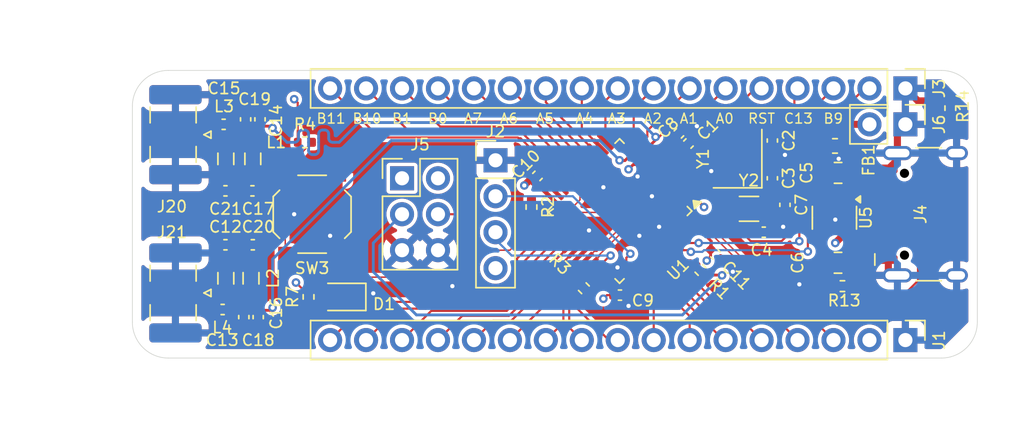
<source format=kicad_pcb>
(kicad_pcb (version 20241229) (generator "pcbnew") (generator_version "9.0")
  (layers (0 "F.Cu" signal) (4 "In1.Cu" signal) (6 "In2.Cu" signal) (2 "B.Cu" signal) (13 "F.Paste" user) (15 "B.Paste" user) (5 "F.SilkS" user "F.Silkscreen") (7 "B.SilkS" user "B.Silkscreen") (1 "F.Mask" user) (3 "B.Mask" user) (25 "Edge.Cuts" user))
  (net 0 "")
  (net 1 "GND")
  (net 2 "Net-(U1-PD1)")
  (net 3 "Net-(U1-PD0)")
  (net 4 "Net-(U1-PC14)")
  (net 5 "+5V")
  (net 6 "+3V3")
  (net 7 "Net-(U1-PC15)")
  (net 8 "/PA1")
  (net 9 "Net-(J21-In)")
  (net 10 "Net-(J20-In)")
  (net 11 "/PA0")
  (net 12 "/PB12")
  (net 13 "Net-(D1-A)")
  (net 14 "/VBUS")
  (net 15 "/PB3")
  (net 16 "/PB15")
  (net 17 "/PA9")
  (net 18 "/PA10")
  (net 19 "/PB7")
  (net 20 "/PB5")
  (net 21 "/PB13")
  (net 22 "/PA8")
  (net 23 "/D-")
  (net 24 "/PB4")
  (net 25 "/PB6")
  (net 26 "/PA15")
  (net 27 "/PB14")
  (net 28 "/D+")
  (net 29 "/PA13")
  (net 30 "/PA14")
  (net 31 "/PA2")
  (net 32 "/PA3")
  (net 33 "/PA4")
  (net 34 "/PA6")
  (net 35 "/PA5")
  (net 36 "/PB1")
  (net 37 "/~{NRST}")
  (net 38 "/PC13")
  (net 39 "/PB11")
  (net 40 "/PA7")
  (net 41 "/PB8")
  (net 42 "/PB10")
  (net 43 "/PB9")
  (net 44 "/PB0")
  (net 46 "Net-(J4-CC1)")
  (net 47 "Net-(J4-CC2)")
  (net 49 "/BOOT1")
  (net 50 "/BOOT0")
  (net 51 "Net-(U1-BOOT0)")
  (net 52 "/PB2")
  (net 54 "Net-(C12-Pad1)")
  (net 55 "Net-(C13-Pad1)")
  (net 56 "Net-(C15-Pad1)")
  (net 57 "Net-(C17-Pad1)")
  (footprint "Resistor_SMD:R_0402_1005Metric" (layer "F.Cu") (at 160.780001 71.12 180)
    (property "Reference" "R4")
    (property "Value" "10k")
  )
  (footprint "Capacitor_SMD:C_0402_1005Metric" (layer "F.Cu") (at 157.099 78.359 180)
    (property "Reference" "C20")
    (property "Value" "22nF")
  )
  (footprint "Capacitor_SMD:C_0402_1005Metric" (layer "F.Cu") (at 194.691 75.537 -90)
    (property "Reference" "C7")
    (property "Value" "18pF")
  )
  (footprint "Capacitor_SMD:C_0402_1005Metric" (layer "F.Cu") (at 193.802 73.66 90)
    (property "Reference" "C3")
    (property "Value" "15pF")
  )
  (footprint "Connector_PinHeader_2.54mm:PinHeader_1x17_P2.54mm_Vertical" (layer "F.Cu") (at 203.199999 67.31 -90)
    (property "Reference" "J3")
    (property "Value" "Conn_01x17_Pin")
  )
  (footprint "Capacitor_SMD:C_0402_1005Metric" (layer "F.Cu") (at 187.198 70.485 45)
    (property "Reference" "C8")
    (property "Value" "100nF")
  )
  (footprint "Capacitor_SMD:C_0402_1005Metric" (layer "F.Cu") (at 177.206589 73.491411 45)
    (property "Reference" "C10")
    (property "Value" "100nF")
  )
  (footprint "Resistor_SMD:R_0402_1005Metric" (layer "F.Cu") (at 206.375 68.705001 90)
    (property "Reference" "R14")
    (property "Value" "5k1")
  )
  (footprint "Connector_Coaxial:SMA_Samtec_SMA-J-P-H-ST-EM1_EdgeMount" (layer "F.Cu") (at 151.384 70.581 180)
    (property "Reference" "J20")
    (property "Value" "I_IN")
  )
  (footprint "Resistor_SMD:R_0402_1005Metric" (layer "F.Cu") (at 176.784 75.692 -90)
    (property "Reference" "R2")
    (property "Value" "10k")
  )
  (footprint "Connector_PinHeader_2.54mm:PinHeader_1x02_P2.54mm_Vertical" (layer "F.Cu") (at 203.2 69.85 -90)
    (property "Reference" "J6")
    (property "Value" "NC")
  )
  (footprint "Capacitor_SMD:C_0402_1005Metric" (layer "F.Cu") (at 189.779589 79.035589 -45)
    (property "Reference" "C11")
    (property "Value" "100nF")
  )
  (footprint "Inductor_SMD:L_0805_2012Metric" (layer "F.Cu") (at 155.194 80.7255 90)
    (property "Reference" "L4")
    (property "Value" "10uH")
  )
  (footprint "Capacitor_SMD:C_0805_2012Metric" (layer "F.Cu") (at 198.440001 79.629 180)
    (property "Reference" "C6")
    (property "Value" "1uF")
  )
  (footprint "Inductor_SMD:L_0805_2012Metric" (layer "F.Cu") (at 157.099 72.2875 90)
    (property "Reference" "L1")
    (property "Value" "10uH")
  )
  (footprint "Capacitor_SMD:C_0402_1005Metric" (layer "F.Cu") (at 154.968 82.931 180)
    (property "Reference" "C13")
    (property "Value" "100nF")
  )
  (footprint "Crystal:Crystal_SMD_3225-4Pin_3.2x2.5mm" (layer "F.Cu") (at 191.35 72.276 90)
    (property "Reference" "Y1")
    (property "Value" "8MHz")
  )
  (footprint "Resistor_SMD:R_0402_1005Metric" (layer "F.Cu") (at 198.753001 81.28 180)
    (property "Reference" "R13")
    (property "Value" "5k1")
  )
  (footprint "Capacitor_SMD:C_0402_1005Metric" (layer "F.Cu") (at 193.195 77.47)
    (property "Reference" "C4")
    (property "Value" "18pF")
  )
  (footprint "Resistor_SMD:R_0402_1005Metric" (layer "F.Cu") (at 161.036 82.040001 -90)
    (property "Reference" "R7")
    (property "Value" "10k")
  )
  (footprint "Connector_PinHeader_2.54mm:PinHeader_1x17_P2.54mm_Vertical" (layer "F.Cu") (at 203.2 85.09 -90)
    (property "Reference" "J1")
    (property "Value" "Conn_01x17_Pin")
  )
  (footprint "Connector_PinHeader_2.54mm:PinHeader_2x03_P2.54mm_Vertical" (layer "F.Cu") (at 167.64 73.66)
    (property "Reference" "J5")
    (property "Value" "Boot")
  )
  (footprint "Inductor_SMD:L_0805_2012Metric" (layer "F.Cu") (at 155.194 72.2875 -90)
    (property "Reference" "L3")
    (property "Value" "10uH")
  )
  (footprint "Capacitor_SMD:C_0402_1005Metric" (layer "F.Cu") (at 155.166 78.359 180)
    (property "Reference" "C12")
    (property "Value" "22nF")
  )
  (footprint "Package_QFP:LQFP-48_7x7mm_P0.5mm" (layer "F.Cu") (at 183.006998 75.973445 -135)
    (property "Reference" "U1")
    (property "Value" "STM32F103C8Tx" (hide yes))
  )
  (footprint "Connector_USB:USB_C_Receptacle_HCTL_HC-TYPE-C-16P-01A" (layer "F.Cu") (at 205.74 76.2 90)
    (property "Reference" "J4")
    (property "Value" "USB2.0_16P")
  )
  (footprint "Capacitor_SMD:C_0402_1005Metric" (layer "F.Cu") (at 187.874589 71.205411 45)
    (property "Reference" "C1")
    (property "Value" "100nF")
  )
  (footprint "Capacitor_SMD:C_0402_1005Metric" (layer "F.Cu") (at 183.035 81.915)
    (property "Reference" "C9")
    (property "Value" "100nF")
  )
  (footprint "Capacitor_SMD:C_0402_1005Metric" (layer "F.Cu") (at 156.464 83.467 -90)
    (property "Reference" "C18")
    (property "Value" "22nF")
  )
  (footprint "Inductor_SMD:L_0603_1608Metric" (layer "F.Cu") (at 198.226501 71.374 180)
    (property "Reference" "FB1")
    (property "Value" "FerriteBead_Small" (hide yes))
  )
  (footprint "LED_SMD:LED_0805_2012Metric" (layer "F.Cu") (at 163.400499 82.042 180)
    (property "Reference" "D1")
    (property "Value" "GREEN")
  )
  (footprint "Button_Switch_SMD:SW_SPST_TL3342" (layer "F.Cu") (at 161.29 76.2 90)
    (property "Reference" "SW3")
    (property "Value" "BTN")
  )
  (footprint "Capacitor_SMD:C_0402_1005Metric" (layer "F.Cu") (at 156.591 69.497 90)
    (property "Reference" "C19")
    (property "Value" "22nF")
  )
  (footprint "Capacitor_SMD:C_0402_1005Metric" (layer "F.Cu") (at 157.48 83.467 -90)
    (property "Reference" "C16")
    (property "Value" "22nF")
  )
  (footprint "Capacitor_SMD:C_0402_1005Metric" (layer "F.Cu") (at 157.607 69.497 90)
    (property "Reference" "C14")
    (property "Value" "22nF")
  )
  (footprint "Capacitor_SMD:C_0402_1005Metric" (layer "F.Cu") (at 157.071 74.549)
    (property "Reference" "C17")
    (property "Value" "22nF")
  )
  (footprint "Capacitor_SMD:C_0402_1005Metric" (layer "F.Cu") (at 155.166 74.549)
    (property "Reference" "C21")
    (property "Value" "22nF")
  )
  (footprint "Connector_PinHeader_2.54mm:PinHeader_1x04_P2.54mm_Vertical" (layer "F.Cu") (at 174.244 72.39)
    (property "Reference" "J2")
    (property "Value" "NC")
  )
  (footprint "Capacitor_SMD:C_0402_1005Metric" (layer "F.Cu") (at 155.039 69.85 180)
    (property "Reference" "C15")
    (property "Value" "100nF")
  )
  (footprint "Inductor_SMD:L_0805_2012Metric" (layer "F.Cu") (at 156.972 80.7255 -90)
    (property "Reference" "L2")
    (property "Value" "10uH")
  )
  (footprint "Resistor_SMD:R_0402_1005Metric" (layer "F.Cu") (at 180.487376 81.427376 -45)
    (property "Reference" "R3")
    (property "Value" "1k5")
  )
  (footprint "Package_TO_SOT_SMD:SOT-23-5" (layer "F.Cu") (at 198.186001 76.4485 -90)
    (property "Reference" "U5")
    (property "Value" "MIC5504-3.3YM5" (hide yes))
  )
  (footprint "Resistor_SMD:R_0402_1005Metric" (layer "F.Cu") (at 188.722 80.137 135)
    (property "Reference" "R1")
    (property "Value" "10k")
  )
  (footprint "Connector_Coaxial:SMA_Samtec_SMA-J-P-H-ST-EM1_EdgeMount" (layer "F.Cu") (at 151.384 81.760998 180)
    (property "Reference" "J21")
    (property "Value" "Q_IN")
  )
  (footprint "Crystal:Crystal_SMD_3215-2Pin_3.2x1.5mm" (layer "F.Cu") (at 192.151 75.819)
    (property "Reference" "Y2")
    (property "Value" "32768Hz" (hide yes))
  )
  (footprint "Capacitor_SMD:C_0402_1005Metric" (layer "F.Cu") (at 193.802 70.993 -90)
    (property "Reference" "C2")
    (property "Value" "15pF")
  )
  (footprint "Capacitor_SMD:C_0805_2012Metric" (layer "F.Cu") (at 198.445002 73.279)
    (property "Reference" "C5")
    (property "Value" "1uF")
  )
  (gr_line (start 208.28 68.58) (end 208.28 83.82) (stroke (width 0.05)) (layer "Edge.Cuts"))
  (gr_arc (start 208.28 83.82) (mid 207.536051 85.616051) (end 205.74 86.36) (stroke (width 0.05)) (layer "Edge.Cuts"))
  (gr_arc (start 148.59 68.58) (mid 149.333949 66.783949) (end 151.13 66.04) (stroke (width 0.05)) (layer "Edge.Cuts"))
  (gr_line (start 148.59 83.82) (end 148.59 68.58) (stroke (width 0.05)) (layer "Edge.Cuts"))
  (gr_arc (start 151.13 86.36) (mid 149.333949 85.616051) (end 148.59 83.82) (stroke (width 0.05)) (layer "Edge.Cuts"))
  (gr_line (start 151.13 66.04) (end 205.74 66.04) (stroke (width 0.05)) (layer "Edge.Cuts"))
  (gr_arc (start 205.74 66.04) (mid 207.536051 66.783949) (end 208.28 68.58) (stroke (width 0.05)) (layer "Edge.Cuts"))
  (gr_line (start 205.74 86.36) (end 151.13 86.36) (stroke (width 0.05)) (layer "Edge.Cuts"))
  (gr_text "A2" (at 184.658 69.85 0) (layer "F.SilkS") (effects (font (size 0.7 0.7) (thickness 0.1)) (justify left bottom)))
  (gr_text "A4" (at 179.832 69.85 0) (layer "F.SilkS") (effects (font (size 0.7 0.7) (thickness 0.1)) (justify left bottom)))
  (gr_text "A3" (at 182.118 69.85 0) (layer "F.SilkS") (effects (font (size 0.7 0.7) (thickness 0.1)) (justify left bottom)))
  (gr_text "C13" (at 194.564 69.85 0) (layer "F.SilkS") (effects (font (size 0.7 0.7) (thickness 0.1)) (justify left bottom)))
  (gr_text "B1" (at 166.878 69.85 0) (layer "F.SilkS") (effects (font (size 0.7 0.7) (thickness 0.1)) (justify left bottom)))
  (gr_text "A7" (at 171.958 69.85 0) (layer "F.SilkS") (effects (font (size 0.7 0.7) (thickness 0.1)) (justify left bottom)))
  (gr_text "A0" (at 189.738 69.85 0) (layer "F.SilkS") (effects (font (size 0.7 0.7) (thickness 0.1)) (justify left bottom)))
  (gr_text "B0" (at 169.418 69.85 0) (layer "F.SilkS") (effects (font (size 0.7 0.7) (thickness 0.1)) (justify left bottom)))
  (gr_text "B11" (at 161.544 69.85 0) (layer "F.SilkS") (effects (font (size 0.7 0.7) (thickness 0.1)) (justify left bottom)))
  (gr_text "A5" (at 177.038 69.85 0) (layer "F.SilkS") (effects (font (size 0.7 0.7) (thickness 0.1)) (justify left bottom)))
  (gr_text "A6" (at 174.498 69.85 0) (layer "F.SilkS") (effects (font (size 0.7 0.7) (thickness 0.1)) (justify left bottom)))
  (gr_text "RST" (at 192.024 69.85 0) (layer "F.SilkS") (effects (font (size 0.7 0.7) (thickness 0.1)) (justify left bottom)))
  (gr_text "B10" (at 164.084 69.85 0) (layer "F.SilkS") (effects (font (size 0.7 0.7) (thickness 0.1)) (justify left bottom)))
  (gr_text "B9" (at 197.358 69.85 0) (layer "F.SilkS") (effects (font (size 0.7 0.7) (thickness 0.1)) (justify left bottom)))
  (gr_text "A1" (at 187.198 69.85 0) (layer "F.SilkS") (effects (font (size 0.7 0.7) (thickness 0.1)) (justify left bottom)))
  (segment (start 202.635 71.88) (end 202.635 72.36) (width 0.5) (layer "F.Cu") (net 1))
  (segment (start 186.109621 76.780379) (end 185.801 77.089) (width 0.2) (layer "F.Cu") (net 1))
  (segment (start 187.54132 77.325787) (end 186.995912 76.780379) (width 0.2) (layer "F.Cu") (net 1))
  (segment (start 193.802 71.473) (end 194.155 71.473) (width 0.2) (layer "F.Cu") (net 1))
  (segment (start 206.375 68.195002) (end 204.085001 68.195002) (width 0.5) (layer "F.Cu") (net 1))
  (segment (start 184.386783 73.533) (end 184.277 73.533) (width 0.2) (layer "F.Cu") (net 1))
  (segment (start 193.505 71.176) (end 193.802 71.473) (width 0.2) (layer "F.Cu") (net 1))
  (segment (start 188.299411 70.145589) (end 188.468 69.977) (width 0.2) (layer "F.Cu") (net 1))
  (segment (start 199.395002 73.190593) (end 198.489539 72.28513) (width 0.5) (layer "F.Cu") (net 1))
  (segment (start 177.546 73.694427) (end 177.546 73.152) (width 0.15) (layer "F.Cu") (net 1))
  (segment (start 182.175063 79.98736) (end 181.654656 80.507767) (width 0.15) (layer "F.Cu") (net 1))
  (segment (start 182.835 79.957942) (end 182.860379 79.957942) (width 0.2) (layer "F.Cu") (net 1))
  (segment (start 198.186001 75.311) (end 198.186001 76.520001) (width 0.5) (layer "F.Cu") (net 1))
  (segment (start 182.88 80.391) (end 182.88 80.137) (width 0.15) (layer "F.Cu") (net 1))
  (segment (start 182.73036 79.98736) (end 182.175063 79.98736) (width 0.15) (layer "F.Cu") (net 1))
  (segment (start 202.635 70.415) (end 203.2 69.85) (width 0.5) (layer "F.Cu") (net 1))
  (segment (start 182.73036 79.98736) (end 182.805582 79.98736) (width 0.2) (layer "F.Cu") (net 1))
  (segment (start 194.691 76.017) (end 194.691 76.962) (width 0.15) (layer "F.Cu") (net 1))
  (segment (start 185.42 72.499783) (end 184.386783 73.533) (width 0.2) (layer "F.Cu") (net 1))
  (segment (start 198.186001 76.520001) (end 198.247 76.581) (width 0.5) (layer "F.Cu") (net 1))
  (segment (start 178.472676 74.621103) (end 177.546 73.694427) (width 0.15) (layer "F.Cu") (net 1))
  (segment (start 183.515 81.915) (end 183.515 82.55) (width 0.15) (layer "F.Cu") (net 1))
  (segment (start 183.515 81.915) (end 183.515 81.026) (width 0.15) (layer "F.Cu") (net 1))
  (segment (start 187.537411 70.145589) (end 188.299411 70.145589) (width 0.2) (layer "F.Cu") (net 1))
  (segment (start 182.88 80.137) (end 182.73036 79.98736) (width 0.15) (layer "F.Cu") (net 1))
  (segment (start 194.183 77.47) (end 194.564 77.089) (width 0.15) (layer "F.Cu") (net 1))
  (segment (start 194.691 76.962) (end 194.564 77.089) (width 0.15) (layer "F.Cu") (net 1))
  (segment (start 193.675 77.47) (end 194.183 77.47) (width 0.15) (layer "F.Cu") (net 1))
  (segment (start 189.708 73.376) (end 189.484 73.152) (width 0.15) (layer "F.Cu") (net 1))
  (segment (start 183.515 82.55) (end 183.642 82.677) (width 0.15) (layer "F.Cu") (net 1))
  (segment (start 190.119 79.375) (end 191.008 80.264) (width 0.15) (layer "F.Cu") (net 1))
  (segment (start 202.635 71.88) (end 202.635 70.415) (width 0.5) (layer "F.Cu") (net 1))
  (segment (start 194.155 71.473) (end 194.691 72.009) (width 0.2) (layer "F.Cu") (net 1))
  (segment (start 199.395002 73.279) (end 199.395002 73.190593) (width 0.5) (layer "F.Cu") (net 1))
  (segment (start 186.995912 76.780379) (end 186.109621 76.780379) (width 0.2) (layer "F.Cu") (net 1))
  (segment (start 190.5 73.376) (end 189.708 73.376) (width 0.15) (layer "F.Cu") (net 1))
  (segment (start 182.805582 79.98736) (end 182.835 79.957942) (width 0.2) (layer "F.Cu") (net 1))
  (segment (start 204.085001 68.195002) (end 203.199999 67.31) (width 0.5) (layer "F.Cu") (net 1))
  (segment (start 183.515 81.026) (end 182.88 80.391) (width 0.15) (layer "F.Cu") (net 1))
  (segment (start 192.2 71.176) (end 193.505 71.176) (width 0.2) (layer "F.Cu") (net 1))
  (segment (start 202.635 72.36) (end 201.995 73) (width 0.5) (layer "F.Cu") (net 1))
  (via (at 165.608 81.788) (size 0.6) (drill 0.3) (layers "F.Cu" "B.Cu") (net 1))
  (via (at 194.564 77.089) (size 0.6) (drill 0.3) (layers "F.Cu" "B.Cu") (net 1))
  (via (at 181.864 74.295) (size 0.6) (drill 0.3) (layers "F.Cu" "B.Cu") (net 1))
  (via (at 195.707 81.153) (size 0.6) (drill 0.3) (layers "F.Cu" "B.Cu") (net 1))
  (via (at 188.468 69.977) (size 0.6) (drill 0.3) (layers "F.Cu" "B.Cu") (net 1))
  (via (at 198.247 76.581) (size 0.6) (drill 0.3) (layers "F.Cu" "B.Cu") (net 1))
  (via (at 191.008 80.264) (size 0.6) (drill 0.3) (layers "F.Cu" "B.Cu") (net 1))
  (via (at 183.642 82.677) (size 0.6) (drill 0.3) (layers "F.Cu" "B.Cu") (net 1))
  (via (at 189.484 73.152) (size 0.6) (drill 0.3) (layers "F.Cu" "B.Cu") (net 1))
  (via (at 194.691 72.009) (size 0.6) (drill 0.3) (layers "F.Cu" "B.Cu") (net 1))
  (via (at 184.404 77.724) (size 0.6) (drill 0.3) (layers "F.Cu" "B.Cu") (net 1))
  (via (at 182.860379 79.957942) (size 0.6) (drill 0.3) (layers "F.Cu" "B.Cu") (net 1))
  (via (at 171.196 81.28) (size 0.6) (drill 0.3) (layers "F.Cu" "B.Cu") (net 1))
  (via (at 185.293 74.93) (size 0.6) (drill 0.3) (layers "F.Cu" "B.Cu") (net 1))
  (via (at 180.848 77.343) (size 0.6) (drill 0.3) (layers "F.Cu" "B.Cu") (net 1))
  (via (at 162.56 77.724) (size 0.6) (drill 0.3) (layers "F.Cu" "B.Cu") (net 1))
  (via (at 184.277 73.533) (size 0.6) (drill 0.3) (layers "F.Cu" "B.Cu") (net 1))
  (via (at 198.489539 72.28513) (size 0.6) (drill 0.3) (layers "F.Cu" "B.Cu") (net 1))
  (via (at 160.02 76.2) (size 0.6) (drill 0.3) (layers "F.Cu" "B.Cu") (net 1))
  (via (at 185.801 77.089) (size 0.6) (drill 0.3) (layers "F.Cu" "B.Cu") (net 1))
  (segment (start 193.802 70.513) (end 193.675 70.64) (width 0.15) (layer "F.Cu") (net 2))
  (segment (start 193.675 70.64) (end 193.584 70.64) (width 0.15) (layer "F.Cu") (net 2))
  (segment (start 187.04305 72.290947) (end 186.127107 73.20689) (width 0.2) (layer "F.Cu") (net 2))
  (segment (start 190.5 71.176) (end 189.936 71.176) (width 0.2) (layer "F.Cu") (net 2))
  (segment (start 193.584 70.64) (end 192.667 69.723) (width 0.15) (layer "F.Cu") (net 2))
  (segment (start 188.821053 72.290947) (end 187.04305 72.290947) (width 0.2) (layer "F.Cu") (net 2))
  (segment (start 190.5 70.358) (end 190.5 71.176) (width 0.15) (layer "F.Cu") (net 2))
  (segment (start 192.667 69.723) (end 191.135 69.723) (width 0.15) (layer "F.Cu") (net 2))
  (segment (start 191.135 69.723) (end 190.5 70.358) (width 0.15) (layer "F.Cu") (net 2))
  (segment (start 189.936 71.176) (end 188.821053 72.290947) (width 0.2) (layer "F.Cu") (net 2))
  (segment (start 187.350156 72.690947) (end 186.48066 73.560443) (width 0.2) (layer "F.Cu") (net 3))
  (segment (start 193.795 74.14) (end 193.315 73.66) (width 0.15) (layer "F.Cu") (net 3))
  (segment (start 192.2 73.376) (end 191.199 72.375) (width 0.2) (layer "F.Cu") (net 3))
  (segment (start 189.025814 72.690947) (end 187.350156 72.690947) (width 0.2) (layer "F.Cu") (net 3))
  (segment (start 191.199 72.375) (end 189.341761 72.375) (width 0.2) (layer "F.Cu") (net 3))
  (segment (start 193.802 74.14) (end 193.795 74.14) (width 0.15) (layer "F.Cu") (net 3))
  (segment (start 189.341761 72.375) (end 189.025814 72.690947) (width 0.2) (layer "F.Cu") (net 3))
  (segment (start 192.484 73.66) (end 192.2 73.376) (width 0.15) (layer "F.Cu") (net 3))
  (segment (start 193.315 73.66) (end 192.484 73.66) (width 0.15) (layer "F.Cu") (net 3))
  (segment (start 188.346143 73.533) (end 187.922317 73.533) (width 0.1) (layer "F.Cu") (net 4))
  (segment (start 190.632143 75.819) (end 188.346143 73.533) (width 0.1) (layer "F.Cu") (net 4))
  (segment (start 192.552001 77.47) (end 190.901001 75.819) (width 0.15) (layer "F.Cu") (net 4))
  (segment (start 190.901001 75.819) (end 190.632143 75.819) (width 0.1) (layer "F.Cu") (net 4))
  (segment (start 192.715 77.47) (end 192.552001 77.47) (width 0.15) (layer "F.Cu") (net 4))
  (segment (start 187.922317 73.533) (end 187.187767 74.26755) (width 0.1) (layer "F.Cu") (net 4))
  (segment (start 199.136 75.311) (end 199.136 74.919998) (width 0.15) (layer "F.Cu") (net 5))
  (segment (start 200.66 69.85) (end 198.963 69.85) (width 0.5) (layer "F.Cu") (net 5))
  (segment (start 198.963 69.85) (end 197.439 71.374) (width 0.5) (layer "F.Cu") (net 5))
  (segment (start 197.495002 73.279) (end 197.67171 73.279) (width 0.5) (layer "F.Cu") (net 5))
  (segment (start 197.439 71.374) (end 197.439 73.222998) (width 0.5) (layer "F.Cu") (net 5))
  (segment (start 199.136 74.74329) (end 199.136 75.311) (width 0.5) (layer "F.Cu") (net 5))
  (segment (start 197.236002 73.538) (end 197.236002 75.311) (width 0.15) (layer "F.Cu") (net 5))
  (segment (start 197.495002 73.279) (end 197.236002 73.538) (width 0.15) (layer "F.Cu") (net 5))
  (segment (start 197.439 73.222998) (end 197.495002 73.279) (width 0.5) (layer "F.Cu") (net 5))
  (segment (start 197.67171 73.279) (end 199.136 74.74329) (width 0.5) (layer "F.Cu") (net 5))
  (segment (start 160.270002 68.322002) (end 160.02 68.072) (width 0.15) (layer "F.Cu") (net 6))
  (segment (start 189.484 78.105) (end 189.484 78.359) (width 0.2) (layer "F.Cu") (net 6))
  (segment (start 176.613178 73.830822) (end 176.276 74.168) (width 0.5) (layer "F.Cu") (net 6))
  (segment (start 187.894874 76.972233) (end 188.351233 76.972233) (width 0.2) (layer "F.Cu") (net 6))
  (segment (start 189.440178 79.204957) (end 189.168012 79.477123) (width 0.2) (layer "F.Cu") (net 6))
  (segment (start 160.270002 71.12) (end 160.270002 68.322002) (width 0.15) (layer "F.Cu") (net 6))
  (segment (start 186.858589 70.824411) (end 186.388266 70.824411) (width 0.2) (layer "F.Cu") (net 6))
  (segment (start 186.388266 70.824411) (end 185.066447 72.14623) (width 0.2) (layer "F.Cu") (net 6))
  (segment (start 178.011013 74.974657) (end 176.867178 73.830822) (width 0.15) (layer "F.Cu") (net 6))
  (segment (start 199.39 77.84) (end 199.136 77.586) (width 0.5) (layer "F.Cu") (net 6))
  (segment (start 182.118 81.915) (end 181.864 82.169) (width 0.15) (layer "F.Cu") (net 6))
  (segment (start 188.351233 76.972233) (end 189.484 78.105) (width 0.2) (layer "F.Cu") (net 6))
  (segment (start 184.52104 72.691637) (end 183.975363 72.691637) (width 0.2) (layer "F.Cu") (net 6))
  (segment (start 180.848 81.788) (end 181.081531 81.788) (width 0.15) (layer "F.Cu") (net 6))
  (segment (start 160.651002 81.530002) (end 160.147 81.026) (width 0.15) (layer "F.Cu") (net 6))
  (segment (start 176.867178 73.830822) (end 176.613178 73.830822) (width 0.5) (layer "F.Cu") (net 6))
  (segment (start 188.258657 74.974657) (end 188.976 75.692) (width 0.2) (layer "F.Cu") (net 6))
  (segment (start 187.894874 74.974657) (end 188.258657 74.974657) (width 0.2) (layer "F.Cu") (net 6))
  (segment (start 161.036 81.530002) (end 160.651002 81.530002) (width 0.15) (layer "F.Cu") (net 6))
  (segment (start 198.893 77.586) (end 198.247 78.232) (width 0.5) (layer "F.Cu") (net 6))
  (segment (start 181.081531 81.788) (end 182.00821 80.861321) (width 0.15) (layer "F.Cu") (net 6))
  (segment (start 189.440178 78.402822) (end 189.440178 78.696178) (width 0.2) (layer "F.Cu") (net 6))
  (segment (start 178.119122 74.974657) (end 178.011013 74.974657) (width 0.15) (layer "F.Cu") (net 6))
  (segment (start 182.555 81.915) (end 182.555 81.408111) (width 0.15) (layer "F.Cu") (net 6))
  (segment (start 185.066447 72.14623) (end 184.52104 72.691637) (width 0.2) (layer "F.Cu") (net 6))
  (segment (start 189.440178 78.696178) (end 189.440178 79.204957) (width 0.2) (layer "F.Cu") (net 6))
  (segment (start 189.484 78.359) (end 189.440178 78.402822) (width 0.2) (layer "F.Cu") (net 6))
  (segment (start 183.975363 72.691637) (end 183.642 73.025) (width 0.2) (layer "F.Cu") (net 6))
  (segment (start 176.867178 73.830822) (end 176.867178 73.865549) (width 0.5) (layer "F.Cu") (net 6))
  (segment (start 182.555 81.915) (end 182.118 81.915) (width 0.15) (layer "F.Cu") (net 6))
  (segment (start 199.39 79.629) (end 199.39 77.84) (width 0.5) (layer "F.Cu") (net 6))
  (segment (start 199.136 77.586) (end 198.893 77.586) (width 0.5) (layer "F.Cu") (net 6))
  (segment (start 182.555 81.408111) (end 182.00821 80.861321) (width 0.15) (layer "F.Cu") (net 6))
  (via (at 198.247 78.232) (size 0.6) (drill 0.3) (layers "F.Cu" "B.Cu") (net 6))
  (via (at 183.642 73.025) (size 0.6) (drill 0.3) (layers "F.Cu" "B.Cu") (net 6))
  (via (at 181.864 82.169) (size 0.6) (drill 0.3) (layers "F.Cu" "B.Cu") (net 6))
  (via (at 188.976 75.692) (size 0.6) (drill 0.3) (layers "F.Cu" "B.Cu") (net 6))
  (via (at 160.147 81.026) (size 0.6) (drill 0.3) (layers "F.Cu" "B.Cu") (net 6))
  (via (at 189.168012 79.477123) (size 0.6) (drill 0.3) (layers "F.Cu" "B.Cu") (net 6))
  (via (at 160.02 68.072) (size 0.6) (drill 0.3) (layers "F.Cu" "B.Cu") (net 6))
  (via (at 176.276 74.168) (size 0.6) (drill 0.3) (layers "F.Cu" "B.Cu") (net 6))
  (segment (start 194.691 75.057) (end 194.162999 75.057) (width 0.15) (layer "F.Cu") (net 7))
  (segment (start 187.706262 73.041947) (end 186.834213 73.913996) (width 0.1) (layer "F.Cu") (net 7))
  (segment (start 192.024 74.549) (end 189.992 74.549) (width 0.1) (layer "F.Cu") (net 7))
  (segment (start 193.294 75.819) (end 192.024 74.549) (width 0.1) (layer "F.Cu") (net 7))
  (segment (start 188.484947 73.041947) (end 187.706262 73.041947) (width 0.1) (layer "F.Cu") (net 7))
  (segment (start 189.992 74.549) (end 188.484947 73.041947) (width 0.1) (layer "F.Cu") (net 7))
  (segment (start 194.162999 75.057) (end 193.400999 75.819) (width 0.15) (layer "F.Cu") (net 7))
  (segment (start 193.400999 75.819) (end 193.294 75.819) (width 0.1) (layer "F.Cu") (net 7))
  (segment (start 187.959999 67.31) (end 184.97038 70.299619) (width 0.15) (layer "F.Cu") (net 8))
  (segment (start 156.972 82.479) (end 156.464 82.987) (width 0.2) (layer "F.Cu") (net 8))
  (segment (start 156.972 81.788) (end 156.972 82.479) (width 0.2) (layer "F.Cu") (net 8))
  (segment (start 184.35934 71.439123) (end 183.388 72.410463) (width 0.2) (layer "F.Cu") (net 8))
  (segment (start 183.388 72.410463) (end 183.027463 72.410463) (width 0.2) (layer "F.Cu") (net 8))
  (segment (start 184.97038 70.723431) (end 184.35934 71.334471) (width 0.15) (layer "F.Cu") (net 8))
  (segment (start 184.35934 71.334471) (end 184.35934 71.439123) (width 0.15) (layer "F.Cu") (net 8))
  (segment (start 183.027463 72.410463) (end 183.007 72.39) (width 0.2) (layer "F.Cu") (net 8))
  (segment (start 157.48 82.987) (end 158.313 82.987) (width 0.2) (layer "F.Cu") (net 8))
  (segment (start 156.464 82.987) (end 157.48 82.987) (width 0.2) (layer "F.Cu") (net 8))
  (segment (start 158.313 82.987) (end 158.496 82.804) (width 0.2) (layer "F.Cu") (net 8))
  (segment (start 184.97038 70.299619) (end 184.97038 70.723431) (width 0.15) (layer "F.Cu") (net 8))
  (via (at 158.496 82.804) (size 0.6) (drill 0.3) (layers "F.Cu" "B.Cu") (net 8))
  (via (at 183.007 72.39) (size 0.6) (drill 0.3) (layers "F.Cu" "B.Cu") (net 8))
  (segment (start 158.496 79.375) (end 166.878 70.993) (width 0.2) (layer "B.Cu") (net 8))
  (segment (start 158.496 82.804) (end 158.496 79.375) (width 0.2) (layer "B.Cu") (net 8))
  (segment (start 181.61 70.993) (end 183.007 72.39) (width 0.2) (layer "B.Cu") (net 8))
  (segment (start 166.878 70.993) (end 181.61 70.993) (width 0.2) (layer "B.Cu") (net 8))
  (segment (start 151.384 81.760998) (end 153.317998 81.760998) (width 0.2) (layer "F.Cu") (net 9))
  (segment (start 153.317998 81.760998) (end 154.488 82.931) (width 0.2) (layer "F.Cu") (net 9))
  (segment (start 151.384 70.581) (end 153.828 70.581) (width 0.2) (layer "F.Cu") (net 10))
  (segment (start 153.828 70.581) (end 154.559 69.85) (width 0.2) (layer "F.Cu") (net 10))
  (segment (start 187.706 68.834) (end 185.797281 70.742719) (width 0.15) (layer "F.Cu") (net 11))
  (segment (start 157.607 69.977) (end 158.369 69.977) (width 0.2) (layer "F.Cu") (net 11))
  (segment (start 185.639569 70.866) (end 185.639569 70.831569) (width 0.2) (layer "F.Cu") (net 11))
  (segment (start 157.099 71.225) (end 157.099 70.485) (width 0.2) (layer "F.Cu") (net 11))
  (segment (start 156.591 69.977) (end 157.607 69.977) (width 0.2) (layer "F.Cu") (net 11))
  (segment (start 158.369 69.977) (end 158.496 70.104) (width 0.2) (layer "F.Cu") (net 11))
  (segment (start 188.975999 68.834) (end 187.706 68.834) (width 0.15) (layer "F.Cu") (net 11))
  (segment (start 185.797281 70.742719) (end 185.550719 70.742719) (width 0.15) (layer "F.Cu") (net 11))
  (segment (start 185.639569 70.831569) (end 185.550719 70.742719) (width 0.2) (layer "F.Cu") (net 11))
  (segment (start 157.099 70.485) (end 156.591 69.977) (width 0.2) (layer "F.Cu") (net 11))
  (segment (start 184.712893 71.792676) (end 185.639569 70.866) (width 0.2) (layer "F.Cu") (net 11))
  (segment (start 190.499999 67.31) (end 188.975999 68.834) (width 0.15) (layer "F.Cu") (net 11))
  (via (at 185.550719 70.742719) (size 0.6) (drill 0.3) (layers "F.Cu" "B.Cu") (net 11))
  (via (at 158.496 70.104) (size 0.6) (drill 0.3) (layers "F.Cu" "B.Cu") (net 11))
  (segment (start 161.039517 71.12) (end 161.039517 71.706) (width 0.2) (layer "B.Cu") (net 11))
  (segment (start 160.329517 70.836) (end 160.329517 70.534) (width 0.2) (layer "B.Cu") (net 11))
  (segment (start 162.743517 71.12) (end 162.885517 71.12) (width 0.2) (layer "B.Cu") (net 11))
  (segment (start 161.039517 70.534) (end 161.039517 70.836) (width 0.2) (layer "B.Cu") (net 11))
  (segment (start 160.613517 70.25) (end 160.755517 70.25) (width 0.2) (layer "B.Cu") (net 11))
  (segment (start 163.610458 70.704542) (end 164.592 69.723) (width 0.2) (layer "B.Cu") (net 11))
  (segment (start 164.592 69.723) (end 184.531 69.723) (width 0.2) (layer "B.Cu") (net 11))
  (segment (start 161.749517 70.836) (end 161.749517 70.534) (width 0.2) (layer "B.Cu") (net 11))
  (segment (start 161.323517 71.99) (end 161.465517 71.99) (width 0.2) (layer "B.Cu") (net 11))
  (segment (start 162.885517 71.12) (end 163.195 71.12) (width 0.2) (layer "B.Cu") (net 11))
  (segment (start 161.749517 71.12) (end 161.749517 70.836) (width 0.2) (layer "B.Cu") (net 11))
  (segment (start 184.531 69.723) (end 185.550719 70.742719) (width 0.2) (layer "B.Cu") (net 11))
  (segment (start 158.496 70.104) (end 159.512 71.12) (width 0.2) (layer "B.Cu") (net 11))
  (segment (start 162.033517 70.25) (end 162.175517 70.25) (width 0.2) (layer "B.Cu") (net 11))
  (segment (start 162.459517 70.534) (end 162.459517 70.836) (width 0.2) (layer "B.Cu") (net 11))
  (segment (start 163.195 71.12) (end 163.610458 70.704542) (width 0.2) (layer "B.Cu") (net 11))
  (segment (start 159.512 71.12) (end 160.045517 71.12) (width 0.2) (layer "B.Cu") (net 11))
  (segment (start 161.749517 71.706) (end 161.749517 71.12) (width 0.2) (layer "B.Cu") (net 11))
  (segment (start 161.039517 70.836) (end 161.039517 71.12) (width 0.2) (layer "B.Cu") (net 11))
  (arc (start 160.329517 70.534) (mid 160.412699 70.333182) (end 160.613517 70.25) (width 0.2) (layer "B.Cu") (net 11))
  (arc (start 160.755517 70.25) (mid 160.956335 70.333182) (end 161.039517 70.534) (width 0.2) (layer "B.Cu") (net 11))
  (arc (start 162.459517 70.836) (mid 162.542699 71.036818) (end 162.743517 71.12) (width 0.2) (layer "B.Cu") (net 11))
  (arc (start 161.039517 71.706) (mid 161.122699 71.906818) (end 161.323517 71.99) (width 0.2) (layer "B.Cu") (net 11))
  (arc (start 161.749517 70.534) (mid 161.832699 70.333182) (end 162.033517 70.25) (width 0.2) (layer "B.Cu") (net 11))
  (arc (start 160.045517 71.12) (mid 160.246335 71.036818) (end 160.329517 70.836) (width 0.2) (layer "B.Cu") (net 11))
  (arc (start 161.465517 71.99) (mid 161.666335 71.906818) (end 161.749517 71.706) (width 0.2) (layer "B.Cu") (net 11))
  (arc (start 162.175517 70.25) (mid 162.376335 70.333182) (end 162.459517 70.534) (width 0.2) (layer "B.Cu") (net 11))
  (segment (start 164.338 82.042) (end 164.825499 82.042) (width 0.15) (layer "F.Cu") (net 12))
  (segment (start 162.559999 85.09) (end 164.338 83.311999) (width 0.15) (layer "F.Cu") (net 12))
  (segment (start 169.308974 82.392) (end 169.404974 82.296) (width 0.15) (layer "F.Cu") (net 12))
  (segment (start 175.768 79.323355) (end 178.119122 76.972233) (width 0.15) (layer "F.Cu") (net 12))
  (segment (start 165.175499 82.392) (end 169.308974 82.392) (width 0.15) (layer "F.Cu") (net 12))
  (segment (start 169.404974 82.296) (end 174.752 82.296) (width 0.15) (layer "F.Cu") (net 12))
  (segment (start 164.338 83.311999) (end 164.338 82.042) (width 0.15) (layer "F.Cu") (net 12))
  (segment (start 174.752 82.296) (end 175.768 81.28) (width 0.15) (layer "F.Cu") (net 12))
  (segment (start 175.768 81.28) (end 175.768 79.323355) (width 0.15) (layer "F.Cu") (net 12))
  (segment (start 164.825499 82.042) (end 165.175499 82.392) (width 0.15) (layer "F.Cu") (net 12))
  (segment (start 162.462998 82.042) (end 161.954998 82.55) (width 0.15) (layer "F.Cu") (net 13))
  (segment (start 161.954998 82.55) (end 161.036 82.55) (width 0.15) (layer "F.Cu") (net 13))
  (segment (start 200.533 78.359) (end 200.774 78.6) (width 0.5) (layer "F.Cu") (net 14))
  (segment (start 200.774 78.6) (end 201.995 78.6) (width 0.5) (layer "F.Cu") (net 14))
  (segment (start 200.787 73.406) (end 200.787 72.644) (width 0.5) (layer "F.Cu") (net 14))
  (segment (start 199.517 71.374) (end 199.014002 71.374) (width 0.5) (layer "F.Cu") (net 14))
  (segment (start 201.995 73.8) (end 201.181 73.8) (width 0.5) (layer "F.Cu") (net 14))
  (segment (start 201.181 73.8) (end 200.533 74.448) (width 0.5) (layer "F.Cu") (net 14))
  (segment (start 200.533 74.448) (end 200.533 78.359) (width 0.5) (layer "F.Cu") (net 14))
  (segment (start 200.787 72.644) (end 199.517 71.374) (width 0.5) (layer "F.Cu") (net 14))
  (segment (start 201.181 73.8) (end 200.787 73.406) (width 0.5) (layer "F.Cu") (net 14))
  (segment (start 187.96 83.401321) (end 184.712893 80.154214) (width 0.15) (layer "F.Cu") (net 15))
  (segment (start 187.96 85.09) (end 187.96 83.401321) (width 0.15) (layer "F.Cu") (net 15))
  (segment (start 176.849 81.723) (end 175.195 83.377) (width 0.15) (layer "F.Cu") (net 16))
  (segment (start 175.195 83.377) (end 171.893 83.377) (width 0.15) (layer "F.Cu") (net 16))
  (segment (start 179.142106 78.032894) (end 176.849 80.326) (width 0.15) (layer "F.Cu") (net 16))
  (segment (start 176.849 80.326) (end 176.849 81.723) (width 0.15) (layer "F.Cu") (net 16))
  (segment (start 179.179783 78.032894) (end 179.142106 78.032894) (width 0.15) (layer "F.Cu") (net 16))
  (segment (start 171.893 83.377) (end 170.18 85.09) (width 0.15) (layer "F.Cu") (net 16))
  (segment (start 175.260001 85.09) (end 178.689 81.661001) (width 0.15) (layer "F.Cu") (net 17))
  (segment (start 178.689 79.937889) (end 179.886889 78.74) (width 0.15) (layer "F.Cu") (net 17))
  (segment (start 178.689 81.661001) (end 178.689 79.937889) (width 0.15) (layer "F.Cu") (net 17))
  (segment (start 179.039 80.294997) (end 179.039 83.851) (width 0.15) (layer "F.Cu") (net 18))
  (segment (start 180.240443 79.093554) (end 179.039 80.294997) (width 0.15) (layer "F.Cu") (net 18))
  (segment (start 179.039 83.851) (end 177.8 85.09) (width 0.15) (layer "F.Cu") (net 18))
  (segment (start 190.222107 82.835) (end 193.819975 82.835) (width 0.15) (layer "F.Cu") (net 19))
  (segment (start 194.042974 83.058) (end 196.088001 83.058) (width 0.15) (layer "F.Cu") (net 19))
  (segment (start 186.127107 78.74) (end 190.222107 82.835) (width 0.15) (layer "F.Cu") (net 19))
  (segment (start 193.819975 82.835) (end 194.042974 83.058) (width 0.15) (layer "F.Cu") (net 19))
  (segment (start 196.088001 83.058) (end 198.120001 85.09) (width 0.15) (layer "F.Cu") (net 19))
  (segment (start 191.643 83.693) (end 189.611 83.693) (width 0.15) (layer "F.Cu") (net 20))
  (segment (start 189.611 83.638107) (end 185.42 79.447107) (width 0.15) (layer "F.Cu") (net 20))
  (segment (start 189.611 83.693) (end 189.611 83.638107) (width 0.15) (layer "F.Cu") (net 20))
  (segment (start 193.04 85.09) (end 191.643 83.693) (width 0.15) (layer "F.Cu") (net 20))
  (segment (start 176.149 79.649463) (end 176.149 81.407) (width 0.15) (layer "F.Cu") (net 21))
  (segment (start 174.879 82.677) (end 169.518949 82.677) (width 0.15) (layer "F.Cu") (net 21))
  (segment (start 169.326949 82.869) (end 167.321001 82.869) (width 0.15) (layer "F.Cu") (net 21))
  (segment (start 169.518949 82.677) (end 169.326949 82.869) (width 0.15) (layer "F.Cu") (net 21))
  (segment (start 178.472676 77.325787) (end 176.149 79.649463) (width 0.15) (layer "F.Cu") (net 21))
  (segment (start 176.149 81.407) (end 174.879 82.677) (width 0.15) (layer "F.Cu") (net 21))
  (segment (start 167.321001 82.869) (end 165.100001 85.09) (width 0.15) (layer "F.Cu") (net 21))
  (segment (start 179.533336 78.386447) (end 177.199 80.720783) (width 0.15) (layer "F.Cu") (net 22))
  (segment (start 174.083 83.727) (end 172.72 85.09) (width 0.15) (layer "F.Cu") (net 22))
  (segment (start 177.199 81.881) (end 175.353 83.727) (width 0.15) (layer "F.Cu") (net 22))
  (segment (start 177.199 80.720783) (end 177.199 81.881) (width 0.15) (layer "F.Cu") (net 22))
  (segment (start 175.353 83.727) (end 174.083 83.727) (width 0.15) (layer "F.Cu") (net 22))
  (segment (start 201.041 76.2) (end 201.291 75.95) (width 0.15) (layer "F.Cu") (net 23))
  (segment (start 201.995 76.95) (end 203.138222 76.95) (width 0.1) (layer "F.Cu") (net 23))
  (segment (start 201.995 76.95) (end 201.345001 76.95) (width 0.15) (layer "F.Cu") (net 23))
  (segment (start 204.853 81.101222) (end 203.529222 82.425) (width 0.1) (layer "F.Cu") (net 23))
  (segment (start 179.451 80.590103) (end 180.593996 79.447107) (width 0.15) (layer "F.Cu") (net 23))
  (segment (start 201.345001 76.95) (end 201.041 76.645999) (width 0.15) (layer "F.Cu") (net 23))
  (segment (start 181.405006 78.812873) (end 181.22823 78.812873) (width 0.1) (layer "F.Cu") (net 23))
  (segment (start 179.451 84.201) (end 179.451 80.590103) (width 0.15) (layer "F.Cu") (net 23))
  (segment (start 201.041 76.645999) (end 201.041 76.2) (width 0.15) (layer "F.Cu") (net 23))
  (segment (start 201.291 75.95) (end 201.995 75.95) (width 0.15) (layer "F.Cu") (net 23))
  (segment (start 181.22823 78.812873) (end 180.593996 79.447107) (width 0.1) (layer "F.Cu") (net 23))
  (segment (start 194.792554 82.425) (end 188.191171 75.823618) (width 0.1) (layer "F.Cu") (net 23))
  (segment (start 184.394261 75.823618) (end 181.405006 78.812873) (width 0.1) (layer "F.Cu") (net 23))
  (segment (start 180.34 85.09) (end 179.451 84.201) (width 0.15) (layer "F.Cu") (net 23))
  (segment (start 204.853 78.664778) (end 204.853 81.101222) (width 0.1) (layer "F.Cu") (net 23))
  (segment (start 203.138222 76.95) (end 204.853 78.664778) (width 0.1) (layer "F.Cu") (net 23))
  (segment (start 203.529222 82.425) (end 194.792554 82.425) (width 0.1) (layer "F.Cu") (net 23))
  (segment (start 188.191171 75.823618) (end 184.394261 75.823618) (width 0.1) (layer "F.Cu") (net 23))
  (segment (start 190.355787 85.09) (end 190.5 85.09) (width 0.15) (layer "F.Cu") (net 24))
  (segment (start 185.066447 79.80066) (end 190.355787 85.09) (width 0.15) (layer "F.Cu") (net 24))
  (segment (start 189.864999 83.185) (end 185.773553 79.093554) (width 0.15) (layer "F.Cu") (net 25))
  (segment (start 193.675 83.185) (end 189.864999 83.185) (width 0.15) (layer "F.Cu") (net 25))
  (segment (start 195.58 85.09) (end 193.675 83.185) (width 0.15) (layer "F.Cu") (net 25))
  (segment (start 185.419999 85.09) (end 185.419999 81.568426) (width 0.15) (layer "F.Cu") (net 26))
  (segment (start 185.419999 81.568426) (end 184.35934 80.507767) (width 0.15) (layer "F.Cu") (net 26))
  (segment (start 175.037 83.027) (end 169.703 83.027) (width 0.15) (layer "F.Cu") (net 27))
  (segment (start 176.499 80.006569) (end 176.499 81.565) (width 0.15) (layer "F.Cu") (net 27))
  (segment (start 178.826229 77.67934) (end 176.499 80.006569) (width 0.15) (layer "F.Cu") (net 27))
  (segment (start 176.499 81.565) (end 175.037 83.027) (width 0.15) (layer "F.Cu") (net 27))
  (segment (start 169.703 83.027) (end 167.64 85.09) (width 0.15) (layer "F.Cu") (net 27))
  (segment (start 179.832 82.677) (end 179.832 81.361504) (width 0.15) (layer "F.Cu") (net 28))
  (segment (start 205.155 78.539686) (end 205.154999 81.226315) (width 0.1) (layer "F.Cu") (net 28))
  (segment (start 203.065314 76.45) (end 205.155 78.539686) (width 0.1) (layer "F.Cu") (net 28))
  (segment (start 182.245 85.09) (end 179.832 82.677) (width 0.15) (layer "F.Cu") (net 28))
  (segment (start 203.654314 82.727) (end 194.614 82.727) (width 0.1) (layer "F.Cu") (net 28))
  (segment (start 179.832 81.361504) (end 180.126752 81.066752) (width 0.15) (layer "F.Cu") (net 28))
  (segment (start 194.614 82.727) (end 188.010618 76.123618) (width 0.1) (layer "F.Cu") (net 28))
  (segment (start 180.126752 80.621457) (end 180.947549 79.80066) (width 0.15) (layer "F.Cu") (net 28))
  (segment (start 202.946 76.323) (end 202.819 76.45) (width 0.15) (layer "F.Cu") (net 28))
  (segment (start 202.819 76.45) (end 201.995 76.45) (width 0.15) (layer "F.Cu") (net 28))
  (segment (start 181.581783 79.063188) (end 181.581783 79.166426) (width 0.1) (layer "F.Cu") (net 28))
  (segment (start 181.581783 79.166426) (end 180.947549 79.80066) (width 0.1) (layer "F.Cu") (net 28))
  (segment (start 201.995 75.45) (end 202.572758 75.45) (width 0.15) (layer "F.Cu") (net 28))
  (segment (start 180.126752 81.066752) (end 180.126752 80.621457) (width 0.15) (layer "F.Cu") (net 28))
  (segment (start 202.946 75.823242) (end 202.946 76.323) (width 0.15) (layer "F.Cu") (net 28))
  (segment (start 184.521353 76.123618) (end 181.581783 79.063188) (width 0.1) (layer "F.Cu") (net 28))
  (segment (start 182.88 85.09) (end 182.245 85.09) (width 0.15) (layer "F.Cu") (net 28))
  (segment (start 202.572758 75.45) (end 202.946 75.823242) (width 0.15) (layer "F.Cu") (net 28))
  (segment (start 205.154999 81.226315) (end 203.654314 82.727) (width 0.1) (layer "F.Cu") (net 28))
  (segment (start 188.010618 76.123618) (end 184.521353 76.123618) (width 0.1) (layer "F.Cu") (net 28))
  (segment (start 201.995 76.45) (end 203.065314 76.45) (width 0.1) (layer "F.Cu") (net 28))
  (segment (start 182.334317 79.121) (end 182.372 79.121) (width 0.15) (layer "F.Cu") (net 29))
  (segment (start 181.301103 80.154214) (end 182.334317 79.121) (width 0.15) (layer "F.Cu") (net 29))
  (via (at 182.372 79.121) (size 0.6) (drill 0.3) (layers "F.Cu" "B.Cu") (net 29))
  (segment (start 173.736 77.47) (end 175.387 79.121) (width 0.15) (layer "B.Cu") (net 29))
  (segment (start 175.387 79.121) (end 182.372 79.121) (width 0.15) (layer "B.Cu") (net 29))
  (segment (start 183.485379 80.340914) (end 183.485379 79.277621) (width 0.15) (layer "F.Cu") (net 30))
  (segment (start 183.485379 79.277621) (end 183.769 78.994) (width 0.15) (layer "F.Cu") (net 30))
  (segment (start 184.005786 80.861321) (end 183.485379 80.340914) (width 0.15) (layer "F.Cu") (net 30))
  (via (at 183.769 78.994) (size 0.6) (drill 0.3) (layers "F.Cu" "B.Cu") (net 30))
  (segment (start 179.705 74.93) (end 183.769 78.994) (width 0.15) (layer "B.Cu") (net 30))
  (segment (start 173.736 74.93) (end 179.705 74.93) (width 0.15) (layer "B.Cu") (net 30))
  (segment (start 184.005786 71.085569) (end 184.005786 68.724212) (width 0.15) (layer "F.Cu") (net 31))
  (segment (start 184.005786 68.724212) (end 185.419998 67.31) (width 0.15) (layer "F.Cu") (net 31))
  (segment (start 182.00821 68.181789) (end 182.879999 67.31) (width 0.15) (layer "F.Cu") (net 32))
  (segment (start 182.00821 71.085569) (end 182.00821 68.181789) (width 0.15) (layer "F.Cu") (net 32))
  (segment (start 180.339999 70.124466) (end 180.339999 67.31) (width 0.15) (layer "F.Cu") (net 33))
  (segment (start 181.654656 71.439123) (end 180.339999 70.124466) (width 0.15) (layer "F.Cu") (net 33))
  (segment (start 176.815 68.865) (end 175.26 67.31) (width 0.15) (layer "F.Cu") (net 34))
  (segment (start 180.947549 72.14623) (end 177.666319 68.865) (width 0.15) (layer "F.Cu") (net 34))
  (segment (start 177.666319 68.865) (end 176.815 68.865) (width 0.15) (layer "F.Cu") (net 34))
  (segment (start 181.301103 71.792676) (end 177.799999 68.291572) (width 0.15) (layer "F.Cu") (net 35))
  (segment (start 177.799999 68.291572) (end 177.799999 67.31) (width 0.15) (layer "F.Cu") (net 35))
  (segment (start 170.337999 70.008) (end 167.639999 67.31) (width 0.15) (layer "F.Cu") (net 36))
  (segment (start 176.687999 70.008) (end 170.337999 70.008) (width 0.15) (layer "F.Cu") (net 36))
  (segment (start 179.886889 73.20689) (end 176.687999 70.008) (width 0.15) (layer "F.Cu") (net 36))
  (segment (start 182.653445 76.073) (end 185.773553 72.952892) (width 0.1) (layer "F.Cu") (net 37))
  (segment (start 179.697646 76.123618) (end 179.748264 76.073) (width 0.1) (layer "F.Cu") (net 37))
  (segment (start 187.082067 71.544822) (end 185.773553 72.853336) (width 0.15) (layer "F.Cu") (net 37))
  (segment (start 160.66 71.75) (end 161.29 71.12) (width 0.1) (layer "F.Cu") (net 37))
  (segment (start 159.39 73.050001) (end 160.66 71.780001) (width 0.1) (layer "F.Cu") (net 37))
  (segment (start 159.39 79.349999) (end 160.66 79.349999) (width 0.1) (layer "F.Cu") (net 37))
  (segment (start 179.748264 76.073) (end 182.653445 76.073) (width 0.1) (layer "F.Cu") (net 37))
  (segment (start 172.466 78.74) (end 175.26 78.74) (width 0.1) (layer "F.Cu") (net 37))
  (segment (start 175.26 78.74) (end 177.876382 76.123618) (width 0.1) (layer "F.Cu") (net 37))
  (segment (start 188.363908 71.544822) (end 192.59873 67.31) (width 0.15) (layer "F.Cu") (net 37))
  (segment (start 177.876382 76.123618) (end 179.697646 76.123618) (width 0.1) (layer "F.Cu") (net 37))
  (segment (start 161.955001 80.645) (end 170.561 80.645) (width 0.1) (layer "F.Cu") (net 37))
  (segment (start 160.66 79.349999) (end 161.955001 80.645) (width 0.1) (layer "F.Cu") (net 37))
  (segment (start 160.66 71.780001) (end 160.66 71.75) (width 0.1) (layer "F.Cu") (net 37))
  (segment (start 192.59873 67.31) (end 193.039999 67.31) (width 0.15) (layer "F.Cu") (net 37))
  (segment (start 187.535178 71.544822) (end 188.363908 71.544822) (width 0.15) (layer "F.Cu") (net 37))
  (segment (start 185.773553 72.952892) (end 185.773553 72.853336) (width 0.1) (layer "F.Cu") (net 37))
  (segment (start 170.561 80.645) (end 172.466 78.74) (width 0.1) (layer "F.Cu") (net 37))
  (segment (start 159.39 79.349999) (end 159.39 73.050001) (width 0.1) (layer "F.Cu") (net 37))
  (segment (start 187.535178 71.544822) (end 187.082067 71.544822) (width 0.15) (layer "F.Cu") (net 37))
  (segment (start 189.992 76.835) (end 190.373 77.216) (width 0.15) (layer "F.Cu") (net 38))
  (segment (start 192.278 78.105) (end 194.450026 78.105) (width 0.15) (layer "F.Cu") (net 38))
  (segment (start 195.357 77.198026) (end 195.357 67.532999) (width 0.15) (layer "F.Cu") (net 38))
  (segment (start 188.061727 74.100696) (end 188.454219 74.100696) (width 0.15) (layer "F.Cu") (net 38))
  (segment (start 189.992 75.638477) (end 189.992 76.835) (width 0.15) (layer "F.Cu") (net 38))
  (segment (start 190.373 77.216) (end 191.389 77.216) (width 0.15) (layer "F.Cu") (net 38))
  (segment (start 195.357 67.532999) (end 195.579999 67.31) (width 0.15) (layer "F.Cu") (net 38))
  (segment (start 188.454219 74.100696) (end 189.992 75.638477) (width 0.15) (layer "F.Cu") (net 38))
  (segment (start 191.389 77.216) (end 192.278 78.105) (width 0.15) (layer "F.Cu") (net 38))
  (segment (start 187.54132 74.621103) (end 188.061727 74.100696) (width 0.15) (layer "F.Cu") (net 38))
  (segment (start 194.450026 78.105) (end 195.357 77.198026) (width 0.15) (layer "F.Cu") (net 38))
  (segment (start 175.820025 70.778) (end 175.877025 70.835) (width 0.15) (layer "F.Cu") (net 39))
  (segment (start 162.559998 67.31) (end 166.027998 70.778) (width 0.15) (layer "F.Cu") (net 39))
  (segment (start 176.015304 70.835) (end 178.305822 73.125518) (width 0.15) (layer "F.Cu") (net 39))
  (segment (start 178.305822 73.747143) (end 178.826229 74.26755) (width 0.15) (layer "F.Cu") (net 39))
  (segment (start 178.305822 73.125518) (end 178.305822 73.747143) (width 0.15) (layer "F.Cu") (net 39))
  (segment (start 166.027998 70.778) (end 175.820025 70.778) (width 0.15) (layer "F.Cu") (net 39))
  (segment (start 175.877025 70.835) (end 176.015304 70.835) (width 0.15) (layer "F.Cu") (net 39))
  (segment (start 174.624999 69.215) (end 172.719999 67.31) (width 0.15) (layer "F.Cu") (net 40))
  (segment (start 177.309213 69.215) (end 174.624999 69.215) (width 0.15) (layer "F.Cu") (net 40))
  (segment (start 180.593996 72.499783) (end 177.309213 69.215) (width 0.15) (layer "F.Cu") (net 40))
  (segment (start 186.834213 78.032894) (end 187.541319 78.74) (width 0.15) (layer "F.Cu") (net 41))
  (segment (start 196.308043 77.822159) (end 196.308043 78.833043) (width 0.15) (layer "F.Cu") (net 41))
  (segment (start 196.215 77.729116) (end 196.308043 77.822159) (width 0.15) (layer "F.Cu") (net 41))
  (segment (start 200.322256 67.31) (end 196.215 71.417256) (width 0.15) (layer "F.Cu") (net 41))
  (segment (start 196.215 71.417256) (end 196.215 77.729116) (width 0.15) (layer "F.Cu") (net 41))
  (segment (start 200.659999 67.31) (end 200.322256 67.31) (width 0.15) (layer "F.Cu") (net 41))
  (segment (start 187.541319 78.74) (end 187.924842 78.74) (width 0.15) (layer "F.Cu") (net 41))
  (segment (start 187.924842 78.74) (end 188.041842 78.857) (width 0.15) (layer "F.Cu") (net 41))
  (via (at 188.041842 78.857) (size 0.6) (drill 0.3) (layers "F.Cu" "B.Cu") (net 41))
  (via (at 196.308043 78.833043) (size 0.6) (drill 0.3) (layers "F.Cu" "B.Cu") (net 41))
  (segment (start 188.970884 78.74) (end 195.331116 78.74) (width 0.15) (layer "B.Cu") (net 41))
  (segment (start 195.331116 78.74) (end 195.424159 78.833043) (width 0.15) (layer "B.Cu") (net 41))
  (segment (start 188.853884 78.857) (end 188.970884 78.74) (width 0.15) (layer "B.Cu") (net 41))
  (segment (start 195.424159 78.833043) (end 196.308043 78.833043) (width 0.15) (layer "B.Cu") (net 41))
  (segment (start 188.041842 78.857) (end 188.853884 78.857) (width 0.15) (layer "B.Cu") (net 41))
  (segment (start 176.033278 70.358) (end 168.148 70.358) (width 0.15) (layer "F.Cu") (net 42))
  (segment (start 178.659375 72.984097) (end 176.033278 70.358) (width 0.15) (layer "F.Cu") (net 42))
  (segment (start 168.148 70.358) (end 165.1 67.31) (width 0.15) (layer "F.Cu") (net 42))
  (segment (start 178.659375 73.393588) (end 178.659375 72.984097) (width 0.15) (layer "F.Cu") (net 42))
  (segment (start 179.179783 73.913996) (end 178.659375 73.393588) (width 0.15) (layer "F.Cu") (net 42))
  (segment (start 187.187767 77.67934) (end 187.740427 78.232) (width 0.15) (layer "F.Cu") (net 43))
  (segment (start 187.740427 78.232) (end 188.595 78.232) (width 0.15) (layer "F.Cu") (net 43))
  (segment (start 195.707 78.105) (end 195.707 69.723) (width 0.15) (layer "F.Cu") (net 43))
  (segment (start 195.707 69.723) (end 198.12 67.31) (width 0.15) (layer "F.Cu") (net 43))
  (via (at 188.595 78.232) (size 0.6) (drill 0.3) (layers "F.Cu" "B.Cu") (net 43))
  (via (at 195.707 78.105) (size 0.6) (drill 0.3) (layers "F.Cu" "B.Cu") (net 43))
  (segment (start 195.58 78.232) (end 195.707 78.105) (width 0.15) (layer "B.Cu") (net 43))
  (segment (start 188.595 78.232) (end 195.58 78.232) (width 0.15) (layer "B.Cu") (net 43))
  (segment (start 180.240443 72.853336) (end 177.045107 69.658) (width 0.15) (layer "F.Cu") (net 44))
  (segment (start 177.045107 69.658) (end 172.527999 69.658) (width 0.15) (layer "F.Cu") (net 44))
  (segment (start 172.527999 69.658) (end 170.179999 67.31) (width 0.15) (layer "F.Cu") (net 44))
  (segment (start 204.089 78.894) (end 204.089 80.899) (width 0.15) (layer "F.Cu") (net 46))
  (segment (start 203.327 81.661) (end 199.644 81.661) (width 0.15) (layer "F.Cu") (net 46))
  (segment (start 201.995001 77.45) (end 202.645 77.45) (width 0.15) (layer "F.Cu") (net 46))
  (segment (start 202.645 77.45) (end 204.089 78.894) (width 0.15) (layer "F.Cu") (net 46))
  (segment (start 199.644 81.661) (end 199.263 81.28) (width 0.15) (layer "F.Cu") (net 46))
  (segment (start 204.089 80.899) (end 203.327 81.661) (width 0.15) (layer "F.Cu") (net 46))
  (segment (start 204.978 73.152) (end 204.978 70.612) (width 0.15) (layer "F.Cu") (net 47))
  (segment (start 204.978 70.612) (end 206.375 69.215) (width 0.15) (layer "F.Cu") (net 47))
  (segment (start 201.995 74.45) (end 203.68 74.45) (width 0.15) (layer "F.Cu") (net 47))
  (segment (start 203.68 74.45) (end 204.978 73.152) (width 0.15) (layer "F.Cu") (net 47))
  (segment (start 176.276 75.690001) (end 176.147001 75.690001) (width 0.15) (layer "F.Cu") (net 49))
  (segment (start 176.147001 75.690001) (end 175.637002 76.2) (width 0.15) (layer "F.Cu") (net 49))
  (segment (start 175.637002 76.2) (end 170.18 76.2) (width 0.15) (layer "F.Cu") (net 49))
  (segment (start 176.784 75.182001) (end 176.276 75.690001) (width 0.15) (layer "F.Cu") (net 49))
  (segment (start 189.082624 80.497624) (end 190.225624 80.497624) (width 0.2) (layer "F.Cu") (net 50))
  (segment (start 190.225624 80.497624) (end 190.246 80.518) (width 0.2) (layer "F.Cu") (net 50))
  (via (at 190.246 80.518) (size 0.6) (drill 0.3) (layers "F.Cu" "B.Cu") (net 50))
  (segment (start 165.608 78.232) (end 167.64 76.2) (width 0.2) (layer "B.Cu") (net 50))
  (segment (start 190.246 80.518) (end 187.452 83.312) (width 0.2) (layer "B.Cu") (net 50))
  (segment (start 187.452 83.312) (end 168.656 83.312) (width 0.2) (layer "B.Cu") (net 50))
  (segment (start 168.656 83.312) (end 165.608 80.264) (width 0.2) (layer "B.Cu") (net 50))
  (segment (start 165.608 80.264) (end 165.608 78.232) (width 0.2) (layer "B.Cu") (net 50))
  (segment (start 188.361376 79.776376) (end 188.042341 79.457341) (width 0.15) (layer "F.Cu") (net 51))
  (segment (start 188.042341 79.457341) (end 187.551554 79.457341) (width 0.15) (layer "F.Cu") (net 51))
  (segment (start 187.551554 79.457341) (end 186.48066 78.386447) (width 0.15) (layer "F.Cu") (net 51))
  (segment (start 179.573729 75.823271) (end 177.668729 75.823271) (width 0.1) (layer "F.Cu") (net 52))
  (segment (start 177.290001 76.201999) (end 176.784 76.201999) (width 0.1) (layer "F.Cu") (net 52))
  (segment (start 180.213 75.184) (end 179.573729 75.823271) (width 0.1) (layer "F.Cu") (net 52))
  (segment (start 179.533336 73.560443) (end 180.213 74.240107) (width 0.1) (layer "F.Cu") (net 52))
  (segment (start 177.668729 75.823271) (end 177.290001 76.201999) (width 0.1) (layer "F.Cu") (net 52))
  (segment (start 180.213 74.240107) (end 180.213 75.184) (width 0.1) (layer "F.Cu") (net 52))
  (segment (start 156.972 78.966) (end 157.579 78.359) (width 0.2) (layer "F.Cu") (net 54))
  (segment (start 155.194 79.663) (end 155.194 78.811) (width 0.2) (layer "F.Cu") (net 54))
  (segment (start 156.972 79.663) (end 156.972 78.966) (width 0.2) (layer "F.Cu") (net 54))
  (segment (start 155.194 79.663) (end 156.972 79.663) (width 0.2) (layer "F.Cu") (net 54))
  (segment (start 155.194 78.811) (end 155.646 78.359) (width 0.2) (layer "F.Cu") (net 54))
  (segment (start 155.448 82.042) (end 155.194 81.788) (width 0.2) (layer "F.Cu") (net 55))
  (segment (start 155.448 82.931) (end 155.448 82.042) (width 0.2) (layer "F.Cu") (net 55))
  (segment (start 155.519 69.85) (end 155.519 70.9) (width 0.2) (layer "F.Cu") (net 56))
  (segment (start 155.519 70.9) (end 155.194 71.225) (width 0.2) (layer "F.Cu") (net 56))
  (segment (start 155.194 73.35) (end 157.099 73.35) (width 0.2) (layer "F.Cu") (net 57))
  (segment (start 154.686 74.549) (end 154.686 73.858) (width 0.2) (layer "F.Cu") (net 57))
  (segment (start 156.591 73.858) (end 157.099 73.35) (width 0.2) (layer "F.Cu") (net 57))
  (segment (start 154.686 73.858) (end 155.194 73.35) (width 0.2) (layer "F.Cu") (net 57))
  (segment (start 156.591 74.549) (end 156.591 73.858) (width 0.2) (layer "F.Cu") (net 57))
  (zone (net 1) (net_name "GND") (layers "F.Cu" "B.Cu" "In1.Cu") (connect_pads (clearance 0.254)) (min_thickness 0.254) (fill yes (thermal_gap 0.5) (thermal_bridge_width 0.5))
    (polygon (pts (xy 205.74 66.675) (xy 207.645 68.58) (xy 207.645 83.82) (xy 205.74 85.725) (xy 151.13 85.725) (xy 149.225 83.82) (xy 149.225 68.58) (xy 151.13 66.675)))
  )
)
</source>
